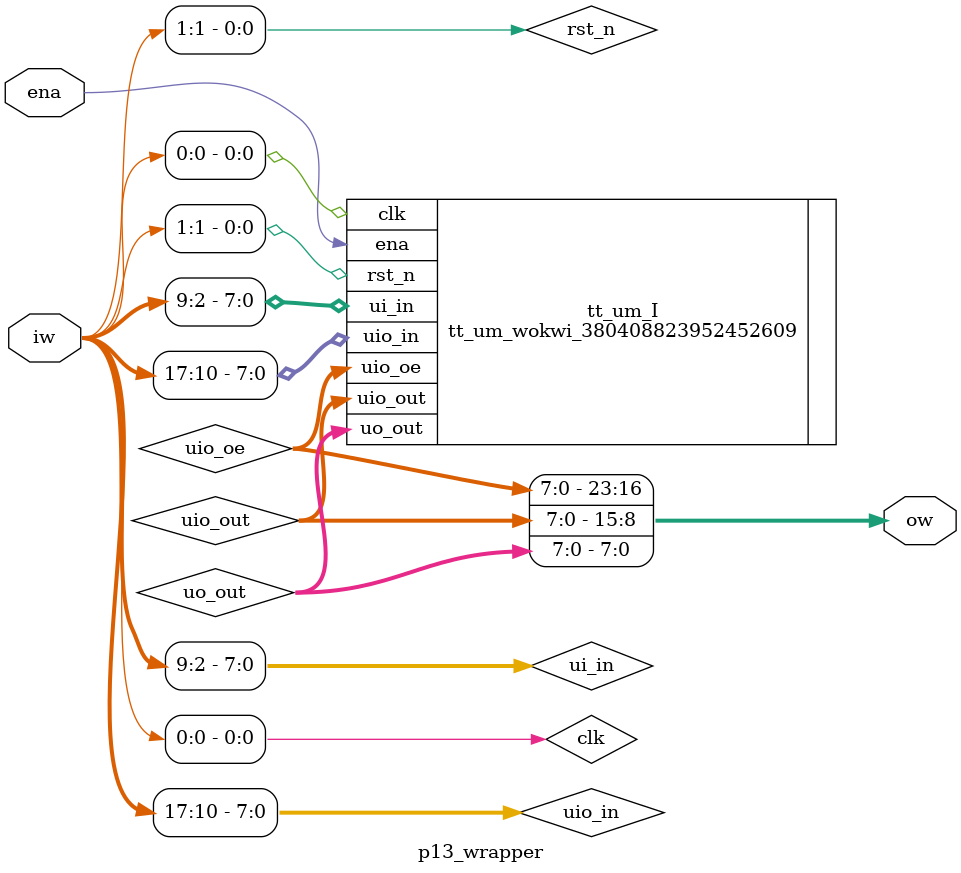
<source format=v>
`default_nettype none

module p13_wrapper (
  input wire ena,
  input wire [17:0] iw,
  output wire [23:0] ow
);

wire [7:0] uio_in;
wire [7:0] uio_out;
wire [7:0] uio_oe;
wire [7:0] uo_out;
wire [7:0] ui_in;
wire clk;
wire rst_n;

assign { uio_in, ui_in, rst_n, clk } = iw;
assign ow = { uio_oe, uio_out, uo_out };

tt_um_wokwi_380408823952452609 tt_um_I (
  .uio_in  (uio_in),
  .uio_out (uio_out),
  .uio_oe  (uio_oe),
  .uo_out  (uo_out),
  .ui_in   (ui_in),
  .ena     (ena),
  .clk     (clk),
  .rst_n   (rst_n)
);

endmodule

</source>
